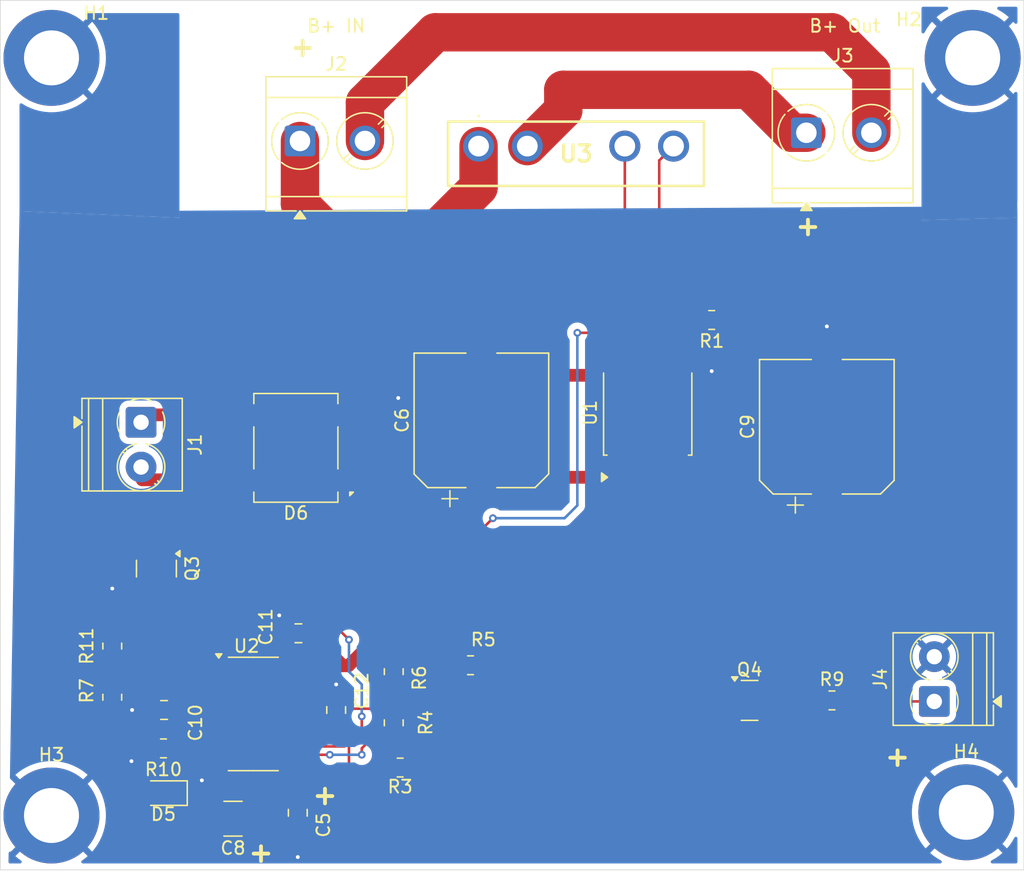
<source format=kicad_pcb>
(kicad_pcb (version 20241229) (generator "pcbnew") (generator_version "9.0")
  (layers (0 "F.Cu" signal) (2 "B.Cu" signal) (13 "F.Paste" user) (15 "B.Paste" user) (5 "F.SilkS" user "F.Silkscreen") (7 "B.SilkS" user "B.Silkscreen") (1 "F.Mask" user) (3 "B.Mask" user) (25 "Edge.Cuts" user))
  (net 0 "")
  (net 1 "Net-(U2A-CV)")
  (net 2 "GND")
  (net 3 "Net-(D5-K)")
  (net 4 "+5V")
  (net 5 "Net-(U2B-CV)")
  (net 6 "Net-(U2B-THR)")
  (net 7 "Net-(D6-+)")
  (net 8 "Net-(J1-Pin_2)")
  (net 9 "Net-(J1-Pin_1)")
  (net 10 "Net-(J2-Pin_2)")
  (net 11 "Net-(J2-Pin_1)")
  (net 12 "Net-(J3-Pin_1)")
  (net 13 "Net-(J4-Pin_1)")
  (net 14 "Net-(R1-Pad2)")
  (net 15 "Net-(U2B-Q)")
  (net 16 "Net-(U2B-DIS)")
  (net 17 "Net-(U2A-Q)")
  (net 19 "Net-(Q3-C)")
  (net 20 "Net-(Q3-B)")
  (net 21 "Net-(Q4-C)")
  (net 22 "Net-(Q4-B)")
  (footprint "Capacitor_SMD:C_0805_2012Metric" (layer "F.Cu") (at 176.25 -295.5 90)
    (property "Reference" "C12" (at 1.5 2 90) (layer "F.SilkS"))
    (property "Value" "100nf")
    (fp_line (start -0.261252 -0.735) (end 0.261252 -0.735) (stroke (width 0.12)) (layer "F.SilkS"))
    (fp_line (start -0.261252 0.735) (end 0.261252 0.735) (stroke (width 0.12)) (layer "F.SilkS"))
    (pad "1" smd roundrect (at -0.95 0 90) (size 1 1.45) (layers "F.Cu" "F.Mask" "F.Paste") (net 5 "Net-(U2B-CV)"))
    (pad "2" smd roundrect (at 0.95 0 90) (size 1 1.45) (layers "F.Cu" "F.Mask" "F.Paste") (net 2 "GND"))
  )
  (footprint "MountingHole:MountingHole_4.3mm_M4_DIN965_Pad_TopBottom" (layer "F.Cu") (at 226 -346.5)
    (property "Reference" "H2" (at -5 -3 0) (layer "F.SilkS"))
    (property "Value" "~")
    (pad "1" thru_hole circle (at 0 0) (size 4.7 4.7) (drill 4.3) (layers "*.Cu" "*.Mask") (net 2 "GND"))
    (pad "1" connect circle (at 0 0) (size 7.5 7.5) (layers "F.Cu" "F.Mask") (net 2 "GND"))
    (pad "1" connect circle (at 0 0) (size 7.5 7.5) (layers "B.Cu" "B.Mask") (net 2 "GND"))
  )
  (footprint "Resistor_SMD:R_0805_2012Metric_Pad1.20x1.40mm_HandSolder" (layer "F.Cu") (at 158.75 -300.5 90)
    (property "Reference" "R11" (at 0 -2 90) (layer "F.SilkS"))
    (property "Value" "4.12K")
    (fp_line (start -0.227064 -0.735) (end 0.227064 -0.735) (stroke (width 0.12)) (layer "F.SilkS"))
    (fp_line (start -0.227064 0.735) (end 0.227064 0.735) (stroke (width 0.12)) (layer "F.SilkS"))
    (pad "1" smd roundrect (at -1 0 90) (size 1.2 1.4) (layers "F.Cu" "F.Mask" "F.Paste") (roundrect_rratio 0.208333) (net 20 "Net-(Q3-B)"))
    (pad "2" smd roundrect (at 1 0 90) (size 1.2 1.4) (layers "F.Cu" "F.Mask" "F.Paste") (roundrect_rratio 0.208333) (net 2 "GND"))
  )
  (footprint "MountingHole:MountingHole_4.3mm_M4_DIN965_Pad_TopBottom" (layer "F.Cu") (at 154 -287.25)
    (property "Reference" "H3" (at 0 -4.75 0) (layer "F.SilkS"))
    (property "Value" "~")
    (pad "1" thru_hole circle (at 0 0) (size 4.7 4.7) (drill 4.3) (layers "*.Cu" "*.Mask") (net 2 "GND"))
    (pad "1" connect circle (at 0 0) (size 7.5 7.5) (layers "F.Cu" "F.Mask") (net 2 "GND"))
    (pad "1" connect circle (at 0 0) (size 7.5 7.5) (layers "B.Cu" "B.Mask") (net 2 "GND"))
  )
  (footprint "Resistor_SMD:R_0805_2012Metric_Pad1.20x1.40mm_HandSolder" (layer "F.Cu") (at 181.25 -291)
    (property "Reference" "R3" (at 0 1.5 0) (layer "F.SilkS"))
    (property "Value" "10k")
    (fp_line (start -0.227064 -0.735) (end 0.227064 -0.735) (stroke (width 0.12)) (layer "F.SilkS"))
    (fp_line (start -0.227064 0.735) (end 0.227064 0.735) (stroke (width 0.12)) (layer "F.SilkS"))
    (pad "1" smd roundrect (at -1 0) (size 1.2 1.4) (layers "F.Cu" "F.Mask" "F.Paste") (roundrect_rratio 0.208333) (net 15 "Net-(U2B-Q)"))
    (pad "2" smd roundrect (at 1 0) (size 1.2 1.4) (layers "F.Cu" "F.Mask" "F.Paste") (roundrect_rratio 0.208333) (net 22 "Net-(Q4-B)"))
  )
  (footprint "Capacitor_SMD:CP_Elec_10x7.7" (layer "F.Cu") (at 214.6 -317.65 90)
    (property "Reference" "C9" (at 0 -6.2 90) (layer "F.SilkS"))
    (property "Value" "47uf 10v")
    (fp_line (start 5.26 -5.26) (end 5.26 -1.21) (stroke (width 0.12)) (layer "F.SilkS"))
    (fp_line (start -4.195563 -5.26) (end 5.26 -5.26) (stroke (width 0.12)) (layer "F.SilkS"))
    (fp_line (start -5.26 -4.195563) (end -4.195563 -5.26) (stroke (width 0.12)) (layer "F.SilkS"))
    (fp_line (start -5.26 -4.195563) (end -5.26 -1.21) (stroke (width 0.12)) (layer "F.SilkS"))
    (fp_line (start -6.125 -3.085) (end -6.125 -1.835) (stroke (width 0.12)) (layer "F.SilkS"))
    (fp_line (start -6.75 -2.46) (end -5.5 -2.46) (stroke (width 0.12)) (layer "F.SilkS"))
    (fp_line (start -5.26 4.195563) (end -5.26 1.21) (stroke (width 0.12)) (layer "F.SilkS"))
    (fp_line (start -5.26 4.195563) (end -4.195563 5.26) (stroke (width 0.12)) (layer "F.SilkS"))
    (fp_line (start 5.26 5.26) (end 5.26 1.21) (stroke (width 0.12)) (layer "F.SilkS"))
    (fp_line (start -4.195563 5.26) (end 5.26 5.26) (stroke (width 0.12)) (layer "F.SilkS"))
    (pad "1" smd roundrect (at -4.35 0 90) (size 4.4 1.9) (layers "F.Cu" "F.Mask" "F.Paste") (roundrect_rratio 0.131579) (net 4 "+5V"))
    (pad "2" smd roundrect (at 4.35 0 90) (size 4.4 1.9) (layers "F.Cu" "F.Mask" "F.Paste") (roundrect_rratio 0.131579) (net 2 "GND"))
  )
  (footprint "Resistor_SMD:R_0805_2012Metric_Pad1.20x1.40mm_HandSolder" (layer "F.Cu") (at 180.75 -294.5 90)
    (property "Reference" "R4" (at 0 2.5 90) (layer "F.SilkS"))
    (property "Value" "470k")
    (fp_line (start -0.227064 -0.735) (end 0.227064 -0.735) (stroke (width 0.12)) (layer "F.SilkS"))
    (fp_line (start -0.227064 0.735) (end 0.227064 0.735) (stroke (width 0.12)) (layer "F.SilkS"))
    (pad "1" smd roundrect (at -1 0 90) (size 1.2 1.4) (layers "F.Cu" "F.Mask" "F.Paste") (roundrect_rratio 0.208333) (net 6 "Net-(U2B-THR)"))
    (pad "2" smd roundrect (at 1 0 90) (size 1.2 1.4) (layers "F.Cu" "F.Mask" "F.Paste") (roundrect_rratio 0.208333) (net 16 "Net-(U2B-DIS)"))
  )
  (footprint "Resistor_SMD:R_0805_2012Metric_Pad1.20x1.40mm_HandSolder" (layer "F.Cu") (at 205.6 -326 180)
    (property "Reference" "R1" (at 0 -1.65 0) (layer "F.SilkS"))
    (property "Value" "1k")
    (fp_line (start -0.227064 0.735) (end 0.227064 0.735) (stroke (width 0.12)) (layer "F.SilkS"))
    (fp_line (start -0.227064 -0.735) (end 0.227064 -0.735) (stroke (width 0.12)) (layer "F.SilkS"))
    (pad "1" smd roundrect (at -1 0 180) (size 1.2 1.4) (layers "F.Cu" "F.Mask" "F.Paste") (roundrect_rratio 0.208333) (net 4 "+5V"))
    (pad "2" smd roundrect (at 1 0 180) (size 1.2 1.4) (layers "F.Cu" "F.Mask" "F.Paste") (roundrect_rratio 0.208333) (net 14 "Net-(R1-Pad2)"))
  )
  (footprint "Package_TO_SOT_SMD:SOT-23" (layer "F.Cu") (at 162.2 -306.5625 -90)
    (property "Reference" "Q3" (at 0 -2.8 90) (layer "F.SilkS"))
    (property "Value" "MMBT3904")
    (fp_line (start 0 1.56) (end -0.65 1.56) (stroke (width 0.12)) (layer "F.SilkS"))
    (fp_line (start 0 1.56) (end 0.65 1.56) (stroke (width 0.12)) (layer "F.SilkS"))
    (fp_line (start 0 -1.56) (end -0.65 -1.56) (stroke (width 0.12)) (layer "F.SilkS"))
    (fp_line (start 0 -1.56) (end 0.65 -1.56) (stroke (width 0.12)) (layer "F.SilkS"))
    (fp_poly (pts (xy -1.1625 -1.51) (xy -1.4025 -1.84) (xy -0.9225 -1.84) (xy -1.1625 -1.51)) (stroke (width 0.12)) (fill yes) (layer "F.SilkS"))
    (pad "1" smd roundrect (at -0.9375 -0.95 270) (size 1.475 0.6) (layers "F.Cu" "F.Mask" "F.Paste") (net 20 "Net-(Q3-B)"))
    (pad "2" smd roundrect (at -0.9375 0.95 270) (size 1.475 0.6) (layers "F.Cu" "F.Mask" "F.Paste") (net 2 "GND"))
    (pad "3" smd roundrect (at 0.9375 0 270) (size 1.475 0.6) (layers "F.Cu" "F.Mask" "F.Paste") (net 19 "Net-(Q3-C)"))
  )
  (footprint "Diode_SMD:D_0805_2012Metric_Pad1.15x1.40mm_HandSolder" (layer "F.Cu") (at 162.75 -289 180)
    (property "Reference" "D5" (at 0 -1.65 180) (layer "F.SilkS"))
    (property "Value" "1N4148")
    (fp_line (start 1 -0.96) (end -1.86 -0.96) (stroke (width 0.12)) (layer "F.SilkS"))
    (fp_line (start -1.86 0.96) (end 1 0.96) (stroke (width 0.12)) (layer "F.SilkS"))
    (fp_line (start -1.86 -0.96) (end -1.86 0.96) (stroke (width 0.12)) (layer "F.SilkS"))
    (pad "1" smd roundrect (at -1.025 0 180) (size 1.15 1.4) (layers "F.Cu" "F.Mask" "F.Paste") (roundrect_rratio 0.217391) (net 3 "Net-(D5-K)"))
    (pad "2" smd roundrect (at 1.025 0 180) (size 1.15 1.4) (layers "F.Cu" "F.Mask" "F.Paste") (roundrect_rratio 0.217391) (net 2 "GND"))
  )
  (footprint "CH parts:CPC1779J" (layer "F.Cu") (at 187.38 -339.597)
    (property "Reference" "U3" (at 7.62 0.597 0) (layer "F.SilkS") (effects (font (size 1.27 1.27) (thickness 0.254))))
    (property "Value" "CPC1779" (hide yes))
    (fp_line (start -2.38 -1.918) (end 17.62 -1.918) (stroke (width 0.2)) (layer "F.SilkS"))
    (fp_line (start -2.38 3.112) (end -2.38 -1.918) (stroke (width 0.2)) (layer "F.SilkS"))
    (fp_line (start 0 -2.4) (end 0 -2.4) (stroke (width 0.1)) (layer "F.SilkS"))
    (fp_line (start 0 -2.3) (end 0 -2.3) (stroke (width 0.1)) (layer "F.SilkS"))
    (fp_line (start 17.62 -1.918) (end 17.62 3.112) (stroke (width 0.2)) (layer "F.SilkS"))
    (fp_line (start 17.62 3.112) (end -2.38 3.112) (stroke (width 0.2)) (layer "F.SilkS"))
    (fp_arc (start 0 -2.4) (mid 0.05 -2.35) (end 0 -2.3) (stroke (width 0.1)) (layer "F.SilkS"))
    (fp_arc (start 0 -2.3) (mid -0.05 -2.35) (end 0 -2.4) (stroke (width 0.1)) (layer "F.SilkS"))
    (pad "1" thru_hole circle (at 0 0) (size 2.43 2.43) (drill 1.62) (layers "*.Cu" "*.Mask") (net 11 "Net-(J2-Pin_1)"))
    (pad "2" thru_hole circle (at 3.81 0) (size 2.43 2.43) (drill 1.62) (layers "*.Cu" "*.Mask") (net 12 "Net-(J3-Pin_1)"))
    (pad "3" thru_hole circle (at 11.43 0) (size 2.43 2.43) (drill 1.62) (layers "*.Cu" "*.Mask") (net 19 "Net-(Q3-C)"))
    (pad "4" thru_hole circle (at 15.24 0) (size 2.43 2.43) (drill 1.62) (layers "*.Cu" "*.Mask") (net 14 "Net-(R1-Pad2)"))
  )
  (footprint "Package_SO:SOIC-14_3.9x8.7mm_P1.27mm" (layer "F.Cu") (at 169.775 -295.19)
    (property "Reference" "U2" (at -0.525 -5.31 0) (layer "F.SilkS"))
    (property "Value" "SE556")
    (fp_line (start 0 -4.435) (end -1.95 -4.435) (stroke (width 0.12)) (layer "F.SilkS"))
    (fp_line (start 0 -4.435) (end 1.95 -4.435) (stroke (width 0.12)) (layer "F.SilkS"))
    (fp_line (start 0 4.435) (end -1.95 4.435) (stroke (width 0.12)) (layer "F.SilkS"))
    (fp_line (start 0 4.435) (end 1.95 4.435) (stroke (width 0.12)) (layer "F.SilkS"))
    (fp_poly (pts (xy -2.7 -4.37) (xy -2.94 -4.7) (xy -2.46 -4.7) (xy -2.7 -4.37)) (stroke (width 0.12)) (fill yes) (layer "F.SilkS"))
    (pad "1" smd roundrect (at -2.475 -3.81) (size 1.95 0.6) (layers "F.Cu" "F.Mask" "F.Paste"))
    (pad "2" smd roundrect (at -2.475 -2.54) (size 1.95 0.6) (layers "F.Cu" "F.Mask" "F.Paste") (net 4 "+5V"))
    (pad "3" smd roundrect (at -2.475 -1.27) (size 1.95 0.6) (layers "F.Cu" "F.Mask" "F.Paste") (net 1 "Net-(U2A-CV)"))
    (pad "4" smd roundrect (at -2.475 0) (size 1.95 0.6) (layers "F.Cu" "F.Mask" "F.Paste") (net 3 "Net-(D5-K)"))
    (pad "5" smd roundrect (at -2.475 1.27) (size 1.95 0.6) (layers "F.Cu" "F.Mask" "F.Paste") (net 17 "Net-(U2A-Q)"))
    (pad "6" smd roundrect (at -2.475 2.54) (size 1.95 0.6) (layers "F.Cu" "F.Mask" "F.Paste") (net 3 "Net-(D5-K)"))
    (pad "7" smd roundrect (at -2.475 3.81) (size 1.95 0.6) (layers "F.Cu" "F.Mask" "F.Paste") (net 2 "GND"))
    (pad "8" smd roundrect (at 2.475 3.81) (size 1.95 0.6) (layers "F.Cu" "F.Mask" "F.Paste") (net 6 "Net-(U2B-THR)"))
    (pad "9" smd roundrect (at 2.475 2.54) (size 1.95 0.6) (layers "F.Cu" "F.Mask" "F.Paste") (net 15 "Net-(U2B-Q)"))
    (pad "10" smd roundrect (at 2.475 1.27) (size 1.95 0.6) (layers "F.Cu" "F.Mask" "F.Paste") (net 19 "Net-(Q3-C)"))
    (pad "11" smd roundrect (at 2.475 0) (size 1.95 0.6) (layers "F.Cu" "F.Mask" "F.Paste") (net 5 "Net-(U2B-CV)"))
    (pad "12" smd roundrect (at 2.475 -1.27) (size 1.95 0.6) (layers "F.Cu" "F.Mask" "F.Paste") (net 6 "Net-(U2B-THR)"))
    (pad "13" smd roundrect (at 2.475 -2.54) (size 1.95 0.6) (layers "F.Cu" "F.Mask" "F.Paste") (net 16 "Net-(U2B-DIS)"))
    (pad "14" smd roundrect (at 2.475 -3.81) (size 1.95 0.6) (layers "F.Cu" "F.Mask" "F.Paste") (net 4 "+5V"))
  )
  (footprint "Resistor_SMD:R_0805_2012Metric_Pad1.20x1.40mm_HandSolder" (layer "F.Cu") (at 158.75 -296.5 90)
    (property "Reference" "R7" (at 0.5 -2 90) (layer "F.SilkS"))
    (property "Value" "10K")
    (fp_line (start -0.227064 -0.735) (end 0.227064 -0.735) (stroke (width 0.12)) (layer "F.SilkS"))
    (fp_line (start -0.227064 0.735) (end 0.227064 0.735) (stroke (width 0.12)) (layer "F.SilkS"))
    (pad "1" smd roundrect (at -1 0 90) (size 1.2 1.4) (layers "F.Cu" "F.Mask" "F.Paste") (roundrect_rratio 0.208333) (net 17 "Net-(U2A-Q)"))
    (pad "2" smd roundrect (at 1 0 90) (size 1.2 1.4) (layers "F.Cu" "F.Mask" "F.Paste") (roundrect_rratio 0.208333) (net 20 "Net-(Q3-B)"))
  )
  (footprint "MountingHole:MountingHole_4.3mm_M4_DIN965_Pad_TopBottom" (layer "F.Cu") (at 225.5 -287.5)
    (property "Reference" "H4" (at 0 -4.75 0) (layer "F.SilkS"))
    (property "Value" "~")
    (pad "1" thru_hole circle (at 0 0) (size 4.7 4.7) (drill 4.3) (layers "*.Cu" "*.Mask") (net 2 "GND"))
    (pad "1" connect circle (at 0 0) (size 7.5 7.5) (layers "F.Cu" "F.Mask") (net 2 "GND"))
    (pad "1" connect circle (at 0 0) (size 7.5 7.5) (layers "B.Cu" "B.Mask") (net 2 "GND"))
  )
  (footprint "Capacitor_SMD:C_1210_3225Metric_Pad1.33x2.70mm_HandSolder" (layer "F.Cu") (at 168.1875 -287 180)
    (property "Reference" "C8" (at 0 -2.3 0) (layer "F.SilkS"))
    (property "Value" "15uf 25v Ta")
    (fp_line (start -0.711252 1.36) (end 0.711252 1.36) (stroke (width 0.12)) (layer "F.SilkS"))
    (fp_line (start -0.711252 -1.36) (end 0.711252 -1.36) (stroke (width 0.12)) (layer "F.SilkS"))
    (pad "1" smd roundrect (at -1.5625 0 180) (size 1.325 2.7) (layers "F.Cu" "F.Mask" "F.Paste") (roundrect_rratio 0.188679) (net 4 "+5V"))
    (pad "2" smd roundrect (at 1.5625 0 180) (size 1.325 2.7) (layers "F.Cu" "F.Mask" "F.Paste") (roundrect_rratio 0.188679) (net 3 "Net-(D5-K)"))
  )
  (footprint "TerminalBlock_Phoenix:TerminalBlock_Phoenix_PT-1,5-2-3.5-H_1x02_P3.50mm_Horizontal" (layer "F.Cu") (at 223 -296.17 90)
    (property "Reference" "J4" (at 1.75 -4.22 90) (layer "F.SilkS"))
    (property "Value" "LED")
    (fp_line (start 5.37 -3.22) (end 5.37 4.62) (stroke (width 0.12)) (layer "F.SilkS"))
    (fp_line (start -1.87 -3.22) (end 5.37 -3.22) (stroke (width 0.12)) (layer "F.SilkS"))
    (fp_line (start -1.87 -3.22) (end -1.87 4.62) (stroke (width 0.12)) (layer "F.SilkS"))
    (fp_line (start 4.684 -1.411) (end 4.569 -1.296) (stroke (width 0.12)) (layer "F.SilkS"))
    (fp_line (start 4.911 -1.184) (end 4.796 -1.069) (stroke (width 0.12)) (layer "F.SilkS"))
    (fp_line (start 2.204 1.069) (end 2.089 1.183) (stroke (width 0.12)) (layer "F.SilkS"))
    (fp_line (start 2.431 1.296) (end 2.316 1.41) (stroke (width 0.12)) (layer "F.SilkS"))
    (fp_line (start -1.87 3) (end 5.37 3) (stroke (width 0.12)) (layer "F.SilkS"))
    (fp_line (start -1.87 4.1) (end 5.37 4.1) (stroke (width 0.12)) (layer "F.SilkS"))
    (fp_line (start 0.3 4.62) (end 5.37 4.62) (stroke (width 0.12)) (layer "F.SilkS"))
    (fp_line (start -1.87 4.62) (end -0.3 4.62) (stroke (width 0.12)) (layer "F.SilkS"))
    (fp_arc (start -0.798 -1.68) (mid 0.000224 -1.859894) (end 0.798405 -1.679808) (stroke (width 0.12)) (layer "F.SilkS"))
    (fp_arc (start 1.68 -0.384) (mid 5.360069 0.000326) (end 1.679865 0.383361) (stroke (width 0.12)) (layer "F.SilkS"))
    (fp_arc (start -1.68 0.798) (mid -1.859894 -0.000224) (end -1.679808 -0.798405) (stroke (width 0.12)) (layer "F.SilkS"))
    (fp_arc (start 0.798 1.68) (mid -0.000224 1.859894) (end -0.798405 1.679808) (stroke (width 0.12)) (layer "F.SilkS"))
    (fp_poly (pts (xy 0 4.62) (xy 0.44 5.23) (xy -0.44 5.23) (xy 0 4.62)) (stroke (width 0.12)) (fill yes) (layer "F.SilkS"))
    (pad "1" thru_hole roundrect (at 0 0 90) (size 2.4 2.4) (drill 1.2) (layers "*.Cu" "*.Mask") (roundrect_rratio 0.104167) (net 13 "Net-(J4-Pin_1)"))
    (pad "2" thru_hole circle (at 3.5 0 90) (size 2.4 2.4) (drill 1.2) (layers "*.Cu" "*.Mask") (net 2 "GND"))
  )
  (footprint "Resistor_SMD:R_0805_2012Metric_Pad1.20x1.40mm_HandSolder" (layer "F.Cu") (at 186.75 -299)
    (property "Reference" "R5" (at 1 -2 0) (layer "F.SilkS"))
    (property "Value" "10k")
    (fp_line (start -0.227064 -0.735) (end 0.227064 -0.735) (stroke (width 0.12)) (layer "F.SilkS"))
    (fp_line (start -0.227064 0.735) (end 0.227064 0.735) (stroke (width 0.12)) (layer "F.SilkS"))
    (pad "1" smd roundrect (at -1 0) (size 1.2 1.4) (layers "F.Cu" "F.Mask" "F.Paste") (roundrect_rratio 0.208333) (net 4 "+5V"))
    (pad "2" smd roundrect (at 1 0) (size 1.2 1.4) (layers "F.Cu" "F.Mask" "F.Paste") (roundrect_rratio 0.208333) (net 22 "Net-(Q4-B)"))
  )
  (footprint "TerminalBlock_Phoenix:TerminalBlock_Phoenix_PT-1,5-2-3.5-H_1x02_P3.50mm_Horizontal" (layer "F.Cu") (at 161 -318 -90)
    (property "Reference" "J1" (at 1.75 -4.22 270) (layer "F.SilkS"))
    (property "Value" "Pwr in")
    (fp_line (start -1.87 4.62) (end -0.3 4.62) (stroke (width 0.12)) (layer "F.SilkS"))
    (fp_line (start 0.3 4.62) (end 5.37 4.62) (stroke (width 0.12)) (layer "F.SilkS"))
    (fp_line (start -1.87 4.1) (end 5.37 4.1) (stroke (width 0.12)) (layer "F.SilkS"))
    (fp_line (start -1.87 3) (end 5.37 3) (stroke (width 0.12)) (layer "F.SilkS"))
    (fp_line (start 2.431 1.296) (end 2.316 1.41) (stroke (width 0.12)) (layer "F.SilkS"))
    (fp_line (start 2.204 1.069) (end 2.089 1.183) (stroke (width 0.12)) (layer "F.SilkS"))
    (fp_line (start 4.911 -1.184) (end 4.796 -1.069) (stroke (width 0.12)) (layer "F.SilkS"))
    (fp_line (start 4.684 -1.411) (end 4.569 -1.296) (stroke (width 0.12)) (layer "F.SilkS"))
    (fp_line (start -1.87 -3.22) (end -1.87 4.62) (stroke (width 0.12)) (layer "F.SilkS"))
    (fp_line (start -1.87 -3.22) (end 5.37 -3.22) (stroke (width 0.12)) (layer "F.SilkS"))
    (fp_line (start 5.37 -3.22) (end 5.37 4.62) (stroke (width 0.12)) (layer "F.SilkS"))
    (fp_arc (start 0.798 1.68) (mid -0.000224 1.859894) (end -0.798405 1.679808) (stroke (width 0.12)) (layer "F.SilkS"))
    (fp_arc (start -1.68 0.798) (mid -1.859894 -0.000224) (end -1.679808 -0.798405) (stroke (width 0.12)) (layer "F.SilkS"))
    (fp_arc (start 1.68 -0.384) (mid 5.360069 0.000326) (end 1.679865 0.383361) (stroke (width 0.12)) (layer "F.SilkS"))
    (fp_arc (start -0.798 -1.68) (mid 0.000224 -1.859894) (end 0.798405 -1.679808) (stroke (width 0.12)) (layer "F.SilkS"))
    (fp_poly (pts (xy 0 4.62) (xy 0.44 5.23) (xy -0.44 5.23) (xy 0 4.62)) (stroke (width 0.12)) (fill yes) (layer "F.SilkS"))
    (pad "1" thru_hole roundrect (at 0 0 270) (size 2.4 2.4) (drill 1.2) (layers "*.Cu" "*.Mask") (roundrect_rratio 0.104167) (net 9 "Net-(J1-Pin_1)"))
    (pad "2" thru_hole circle (at 3.5 0 270) (size 2.4 2.4) (drill 1.2) (layers "*.Cu" "*.Mask") (net 8 "Net-(J1-Pin_2)"))
  )
  (footprint "Capacitor_SMD:CP_Elec_10x7.7" (layer "F.Cu") (at 187.6 -318.15 90)
    (property "Reference" "C6" (at 0 -6.2 90) (layer "F.SilkS"))
    (property "Value" "1000uf 16v")
    (fp_line (start 5.26 -5.26) (end 5.26 -1.21) (stroke (width 0.12)) (layer "F.SilkS"))
    (fp_line (start -4.195563 -5.26) (end 5.26 -5.26) (stroke (width 0.12)) (layer "F.SilkS"))
    (fp_line (start -5.26 -4.195563) (end -4.195563 -5.26) (stroke (width 0.12)) (layer "F.SilkS"))
    (fp_line (start -5.26 -4.195563) (end -5.26 -1.21) (stroke (width 0.12)) (layer "F.SilkS"))
    (fp_line (start -6.125 -3.085) (end -6.125 -1.835) (stroke (width 0.12)) (layer "F.SilkS"))
    (fp_line (start -6.75 -2.46) (end -5.5 -2.46) (stroke (width 0.12)) (layer "F.SilkS"))
    (fp_line (start -5.26 4.195563) (end -5.26 1.21) (stroke (width 0.12)) (layer "F.SilkS"))
    (fp_line (start -5.26 4.195563) (end -4.195563 5.26) (stroke (width 0.12)) (layer "F.SilkS"))
    (fp_line (start 5.26 5.26) (end 5.26 1.21) (stroke (width 0.12)) (layer "F.SilkS"))
    (fp_line (start -4.195563 5.26) (end 5.26 5.26) (stroke (width 0.12)) (layer "F.SilkS"))
    (pad "1" smd roundrect (at -4.35 0 90) (size 4.4 1.9) (layers "F.Cu" "F.Mask" "F.Paste") (roundrect_rratio 0.131579) (net 7 "Net-(D6-+)"))
    (pad "2" smd roundrect (at 4.35 0 90) (size 4.4 1.9) (layers "F.Cu" "F.Mask" "F.Paste") (roundrect_rratio 0.131579) (net 2 "GND"))
  )
  (footprint "TerminalBlock_CUI:TerminalBlock_CUI_TB007-508-02_1x02_P5.08mm_Horizontal" (layer "F.Cu") (at 173.42 -340)
    (property "Reference" "J2" (at 2.84 -6.02 0) (layer "F.SilkS"))
    (property "Value" "B+ IN" (at 2.84 -9 0) (layer "F.SilkS"))
    (fp_line (start -2.66 -5.02) (end -2.66 5.47) (stroke (width 0.12)) (layer "F.SilkS"))
    (fp_line (start -2.66 -5.02) (end 8.34 -5.02) (stroke (width 0.12)) (layer "F.SilkS"))
    (fp_line (start -2.66 -3.4) (end 8.34 -3.4) (stroke (width 0.12)) (layer "F.SilkS"))
    (fp_line (start -2.66 4.35) (end 8.34 4.35) (stroke (width 0.12)) (layer "F.SilkS"))
    (fp_line (start -2.66 5.47) (end -0.3 5.47) (stroke (width 0.12)) (layer "F.SilkS"))
    (fp_line (start 0.3 5.47) (end 8.34 5.47) (stroke (width 0.12)) (layer "F.SilkS"))
    (fp_line (start 3.765 1.045) (end 3.404 1.406) (stroke (width 0.12)) (layer "F.SilkS"))
    (fp_line (start 4.034 1.315) (end 3.673 1.676) (stroke (width 0.12)) (layer "F.SilkS"))
    (fp_line (start 6.486 -1.676) (end 6.126 -1.315) (stroke (width 0.12)) (layer "F.SilkS"))
    (fp_line (start 6.756 -1.406) (end 6.395 -1.045) (stroke (width 0.12)) (layer "F.SilkS"))
    (fp_line (start 8.34 -5.02) (end 8.34 5.47) (stroke (width 0.12)) (layer "F.SilkS"))
    (fp_arc (start -1.68 1.436) (mid -2.21009 0.000105) (end -1.680136 -1.435841) (stroke (width 0.12)) (layer "F.SilkS"))
    (fp_arc (start -1.436 -1.68) (mid -0.000105 -2.21009) (end 1.435841 -1.680136) (stroke (width 0.12)) (layer "F.SilkS"))
    (fp_arc (start 1.436 1.68) (mid 0.000105 2.21009) (end -1.435841 1.680136) (stroke (width 0.12)) (layer "F.SilkS"))
    (fp_arc (start 1.68 -1.436) (mid 2.21009 -0.000105) (end 1.680136 1.435841) (stroke (width 0.12)) (layer "F.SilkS"))
    (fp_circle (center 5.08 0) (end 7.29 0) (stroke (width 0.12)) (fill no) (layer "F.SilkS"))
    (fp_poly (pts (xy 0 5.47) (xy 0.44 6.08) (xy -0.44 6.08) (xy 0 5.47)) (stroke (width 0.12)) (fill yes) (layer "F.SilkS"))
    (pad "1" thru_hole roundrect (at 0 0) (size 2.4 2.4) (drill 1.6) (layers "*.Cu" "*.Mask") (roundrect_rratio 0.104167) (net 11 "Net-(J2-Pin_1)"))
    (pad "2" thru_hole circle (at 5.08 0) (size 2.4 2.4) (drill 1.6) (layers "*.Cu" "*.Mask") (net 10 "Net-(J2-Pin_2)"))
  )
  (footprint "Package_TO_SOT_SMD:TO-252-2" (layer "F.Cu") (at 200.6 -318.74 90)
    (property "Reference" "U1" (at 0 -4.5 90) (layer "F.SilkS"))
    (property "Value" "LM7805_TO220")
    (fp_line (start 3.11 -3.45) (end -3.31 -3.45) (stroke (width 0.12)) (layer "F.SilkS"))
    (fp_line (start -3.31 -3.45) (end -3.31 -3.18) (stroke (width 0.12)) (layer "F.SilkS"))
    (fp_line (start 3.11 3.45) (end -3.31 3.45) (stroke (width 0.12)) (layer "F.SilkS"))
    (fp_line (start -3.31 3.45) (end -3.31 3.18) (stroke (width 0.12)) (layer "F.SilkS"))
    (fp_poly (pts (xy -5.04 -3.14) (xy -5.38 -3.61) (xy -4.7 -3.61) (xy -5.04 -3.14)) (stroke (width 0.12)) (fill yes) (layer "F.SilkS"))
    (pad "1" smd roundrect (at -5.04 -2.28 90) (size 2.2 1.2) (layers "F.Cu" "F.Mask" "F.Paste") (roundrect_rratio 0.208333) (net 7 "Net-(D6-+)"))
    (pad "2" smd roundrect (at -0.415 -1.525 90) (size 3.05 2.75) (layers "F.Cu" "F.Paste") (roundrect_rratio 0.090909) (net 2 "GND"))
    (pad "2" smd roundrect (at -0.415 1.525 90) (size 3.05 2.75) (layers "F.Cu" "F.Paste") (roundrect_rratio 0.090909) (net 2 "GND"))
    (pad "2" smd roundrect (at 1.26 0 90) (size 6.4 5.8) (layers "F.Cu" "F.Mask") (roundrect_rratio 0.043103) (net 2 "GND"))
    (pad "2" smd roundrect (at 2.935 -1.525 90) (size 3.05 2.75) (layers "F.Cu" "F.Paste") (roundrect_rratio 0.090909) (net 2 "GND"))
    (pad "2" smd roundrect (at 2.935 1.525 90) (size 3.05 2.75) (layers "F.Cu" "F.Paste") (roundrect_rratio 0.090909) (net 2 "GND"))
    (pad "3" smd roundrect (at -5.04 2.28 90) (size 2.2 1.2) (layers "F.Cu" "F.Mask" "F.Paste") (roundrect_rratio 0.208333) (net 4 "+5V"))
  )
  (footprint "TerminalBlock_CUI:TerminalBlock_CUI_TB007-508-02_1x02_P5.08mm_Horizontal" (layer "F.Cu") (at 213 -340.6425)
    (property "Reference" "J3" (at 2.84 -6.02 0) (layer "F.SilkS"))
    (property "Value" "B+ Out" (at 3 -8.3575 0) (layer "F.SilkS"))
    (fp_line (start -2.66 -5.02) (end -2.66 5.47) (stroke (width 0.12)) (layer "F.SilkS"))
    (fp_line (start -2.66 -5.02) (end 8.34 -5.02) (stroke (width 0.12)) (layer "F.SilkS"))
    (fp_line (start -2.66 -3.4) (end 8.34 -3.4) (stroke (width 0.12)) (layer "F.SilkS"))
    (fp_line (start -2.66 4.35) (end 8.34 4.35) (stroke (width 0.12)) (layer "F.SilkS"))
    (fp_line (start -2.66 5.47) (end -0.3 5.47) (stroke (width 0.12)) (layer "F.SilkS"))
    (fp_line (start 0.3 5.47) (end 8.34 5.47) (stroke (width 0.12)) (layer "F.SilkS"))
    (fp_line (start 3.765 1.045) (end 3.404 1.406) (stroke (width 0.12)) (layer "F.SilkS"))
    (fp_line (start 4.034 1.315) (end 3.673 1.676) (stroke (width 0.12)) (layer "F.SilkS"))
    (fp_line (start 6.486 -1.676) (end 6.126 -1.315) (stroke (width 0.12)) (layer "F.SilkS"))
    (fp_line (start 6.756 -1.406) (end 6.395 -1.045) (stroke (width 0.12)) (layer "F.SilkS"))
    (fp_line (start 8.34 -5.02) (end 8.34 5.47) (stroke (width 0.12)) (layer "F.SilkS"))
    (fp_arc (start -1.68 1.436) (mid -2.21009 0.000105) (end -1.680136 -1.435841) (stroke (width 0.12)) (layer "F.SilkS"))
    (fp_arc (start -1.436 -1.68) (mid -0.000105 -2.21009) (end 1.435841 -1.680136) (stroke (width 0.12)) (layer "F.SilkS"))
    (fp_arc (start 1.436 1.68) (mid 0.000105 2.21009) (end -1.435841 1.680136) (stroke (width 0.12)) (layer "F.SilkS"))
    (fp_arc (start 1.68 -1.436) (mid 2.21009 -0.000105) (end 1.680136 1.435841) (stroke (width 0.12)) (layer "F.SilkS"))
    (fp_circle (center 5.08 0) (end 7.29 0) (stroke (width 0.12)) (fill no) (layer "F.SilkS"))
    (fp_poly (pts (xy 0 5.47) (xy 0.44 6.08) (xy -0.44 6.08) (xy 0 5.47)) (stroke (width 0.12)) (fill yes) (layer "F.SilkS"))
    (pad "1" thru_hole roundrect (at 0 0) (size 2.4 2.4) (drill 1.6) (layers "*.Cu" "*.Mask") (roundrect_rratio 0.104167) (net 12 "Net-(J3-Pin_1)"))
    (pad "2" thru_hole circle (at 5.08 0) (size 2.4 2.4) (drill 1.6) (layers "*.Cu" "*.Mask") (net 10 "Net-(J2-Pin_2)"))
  )
  (footprint "Resistor_SMD:R_0805_2012Metric_Pad1.20x1.40mm_HandSolder" (layer "F.Cu") (at 215 -296.25)
    (property "Reference" "R9" (at 0 -1.65 0) (layer "F.SilkS"))
    (property "Value" "60")
    (fp_line (start -0.227064 -0.735) (end 0.227064 -0.735) (stroke (width 0.12)) (layer "F.SilkS"))
    (fp_line (start -0.227064 0.735) (end 0.227064 0.735) (stroke (width 0.12)) (layer "F.SilkS"))
    (pad "1" smd roundrect (at -1 0) (size 1.2 1.4) (layers "F.Cu" "F.Mask" "F.Paste") (roundrect_rratio 0.208333) (net 21 "Net-(Q4-C)"))
    (pad "2" smd roundrect (at 1 0) (size 1.2 1.4) (layers "F.Cu" "F.Mask" "F.Paste") (roundrect_rratio 0.208333) (net 13 "Net-(J4-Pin_1)"))
  )
  (footprint "Capacitor_SMD:C_0805_2012Metric" (layer "F.Cu") (at 162.8 -295.5 180)
    (property "Reference" "C10" (at -2.45 -1 90) (layer "F.SilkS"))
    (property "Value" "100nf")
    (fp_line (start -0.261252 0.735) (end 0.261252 0.735) (stroke (width 0.12)) (layer "F.SilkS"))
    (fp_line (start -0.261252 -0.735) (end 0.261252 -0.735) (stroke (width 0.12)) (layer "F.SilkS"))
    (pad "1" smd roundrect (at -0.95 0 180) (size 1 1.45) (layers "F.Cu" "F.Mask" "F.Paste") (net 1 "Net-(U2A-CV)"))
    (pad "2" smd roundrect (at 0.95 0 180) (size 1 1.45) (layers "F.Cu" "F.Mask" "F.Paste") (net 2 "GND"))
  )
  (footprint "Resistor_SMD:R_0805_2012Metric_Pad1.20x1.40mm_HandSolder" (layer "F.Cu") (at 180.75 -298.5 -90)
    (property "Reference" "R6" (at 0.5 -2 90) (layer "F.SilkS"))
    (property "Value" "200k")
    (fp_line (start -0.227064 0.735) (end 0.227064 0.735) (stroke (width 0.12)) (layer "F.SilkS"))
    (fp_line (start -0.227064 -0.735) (end 0.227064 -0.735) (stroke (width 0.12)) (layer "F.SilkS"))
    (pad "1" smd roundrect (at -1 0 270) (size 1.2 1.4) (layers "F.Cu" "F.Mask" "F.Paste") (roundrect_rratio 0.208333) (net 4 "+5V"))
    (pad "2" smd roundrect (at 1 0 270) (size 1.2 1.4) (layers "F.Cu" "F.Mask" "F.Paste") (roundrect_rratio 0.208333) (net 16 "Net-(U2B-DIS)"))
  )
  (footprint "Package_TO_SOT_SMD:SOT-23" (layer "F.Cu") (at 208.5625 -296.25)
    (property "Reference" "Q4" (at 0 -2.4 0) (layer "F.SilkS"))
    (property "Value" "MMBT3906")
    (fp_line (start 0 -1.56) (end -0.65 -1.56) (stroke (width 0.12)) (layer "F.SilkS"))
    (fp_line (start 0 -1.56) (end 0.65 -1.56) (stroke (width 0.12)) (layer "F.SilkS"))
    (fp_line (start 0 1.56) (end -0.65 1.56) (stroke (width 0.12)) (layer "F.SilkS"))
    (fp_line (start 0 1.56) (end 0.65 1.56) (stroke (width 0.12)) (layer "F.SilkS"))
    (fp_poly (pts (xy -1.1625 -1.51) (xy -1.4025 -1.84) (xy -0.9225 -1.84) (xy -1.1625 -1.51)) (stroke (width 0.12)) (fill yes) (layer "F.SilkS"))
    (pad "1" smd roundrect (at -0.9375 -0.95) (size 1.475 0.6) (layers "F.Cu" "F.Mask" "F.Paste") (net 22 "Net-(Q4-B)"))
    (pad "2" smd roundrect (at -0.9375 0.95) (size 1.475 0.6) (layers "F.Cu" "F.Mask" "F.Paste") (net 4 "+5V"))
    (pad "3" smd roundrect (at 0.9375 0) (size 1.475 0.6) (layers "F.Cu" "F.Mask" "F.Paste") (net 21 "Net-(Q4-C)"))
  )
  (footprint "Resistor_SMD:R_0805_2012Metric_Pad1.20x1.40mm_HandSolder" (layer "F.Cu") (at 162.75 -292.5 180)
    (property "Reference" "R10" (at 0 -1.65 0) (layer "F.SilkS"))
    (property "Value" "1M")
    (fp_line (start -0.227064 0.735) (end 0.227064 0.735) (stroke (width 0.12)) (layer "F.SilkS"))
    (fp_line (start -0.227064 -0.735) (end 0.227064 -0.735) (stroke (width 0.12)) (layer "F.SilkS"))
    (pad "1" smd roundrect (at -1 0 180) (size 1.2 1.4) (layers "F.Cu" "F.Mask" "F.Paste") (roundrect_rratio 0.208333) (net 3 "Net-(D5-K)"))
    (pad "2" smd roundrect (at 1 0 180) (size 1.2 1.4) (layers "F.Cu" "F.Mask" "F.Paste") (roundrect_rratio 0.208333) (net 2 "GND"))
  )
  (footprint "MountingHole:MountingHole_4.3mm_M4_DIN965_Pad_TopBottom" (layer "F.Cu") (at 154 -346.5)
    (property "Reference" "H1" (at 3.5 -3.5 0) (layer "F.SilkS"))
    (property "Value" "~")
    (pad "1" thru_hole circle (at 0 0) (size 4.7 4.7) (drill 4.3) (layers "*.Cu" "*.Mask") (net 2 "GND"))
    (pad "1" connect circle (at 0 0) (size 7.5 7.5) (layers "F.Cu" "F.Mask") (net 2 "GND"))
    (pad "1" connect circle (at 0 0) (size 7.5 7.5) (layers "B.Cu" "B.Mask") (net 2 "GND"))
  )
  (footprint "Capacitor_SMD:C_0805_2012Metric_Pad1.18x1.45mm_HandSolder" (layer "F.Cu") (at 173.25 -287.4625 -90)
    (property "Reference" "C5" (at 0.9625 -2 90) (layer "F.SilkS"))
    (property "Value" "1uf 25v Ta")
    (fp_line (start -0.261252 0.735) (end 0.261252 0.735) (stroke (width 0.12)) (layer "F.SilkS"))
    (fp_line (start -0.261252 -0.735) (end 0.261252 -0.735) (stroke (width 0.12)) (layer "F.SilkS"))
    (pad "1" smd roundrect (at -1.0375 0 270) (size 1.175 1.45) (layers "F.Cu" "F.Mask" "F.Paste") (roundrect_rratio 0.212766) (net 6 "Net-(U2B-THR)"))
    (pad "2" smd roundrect (at 1.0375 0 270) (size 1.175 1.45) (layers "F.Cu" "F.Mask" "F.Paste") (roundrect_rratio 0.212766) (net 2 "GND"))
  )
  (footprint "Capacitor_SMD:C_0805_2012Metric" (layer "F.Cu") (at 173.3 -301.5 180)
    (property "Reference" "C11" (at 2.55 0.5 90) (layer "F.SilkS"))
    (property "Value" "100nf")
    (fp_line (start -0.261252 0.735) (end 0.261252 0.735) (stroke (width 0.12)) (layer "F.SilkS"))
    (fp_line (start -0.261252 -0.735) (end 0.261252 -0.735) (stroke (width 0.12)) (layer "F.SilkS"))
    (pad "1" smd roundrect (at -0.95 0 180) (size 1 1.45) (layers "F.Cu" "F.Mask" "F.Paste") (net 4 "+5V"))
    (pad "2" smd roundrect (at 0.95 0 180) (size 1 1.45) (layers "F.Cu" "F.Mask" "F.Paste") (net 2 "GND"))
  )
  (footprint "Diode_SMD:Diode_Bridge_OnSemi_SDIP-4L" (layer "F.Cu") (at 173.1 -316 180)
    (property "Reference" "D6" (at 0 -5.1 0) (layer "F.SilkS"))
    (property "Value" "DF01S")
    (fp_line (start 3.285 4.25) (end 3.285 3.46) (stroke (width 0.12)) (layer "F.SilkS"))
    (fp_line (start 3.285 -1.64) (end 3.285 1.64) (stroke (width 0.12)) (layer "F.SilkS"))
    (fp_line (start 3.285 -3.46) (end 3.285 -4.25) (stroke (width 0.12)) (layer "F.SilkS"))
    (fp_line (start -3.275 -4.25) (end 3.275 -4.25) (stroke (width 0.12)) (layer "F.SilkS"))
    (fp_line (start -3.285 4.25) (end 3.285 4.25) (stroke (width 0.12)) (layer "F.SilkS"))
    (fp_line (start -3.285 3.46) (end -3.285 4.25) (stroke (width 0.12)) (layer "F.SilkS"))
    (fp_line (start -3.285 -1.64) (end -3.285 1.64) (stroke (width 0.12)) (layer "F.SilkS"))
    (fp_line (start -3.285 -4.25) (end -3.285 -3.46) (stroke (width 0.12)) (layer "F.SilkS"))
    (fp_poly (pts (xy -4.2125 -3.46) (xy -4.4925 -3.46) (xy -4.2125 -3.74) (xy -4.2125 -3.46)) (stroke (width 0.12)) (fill yes) (layer "F.SilkS"))
    (pad "1" smd rect (at -4.45 -2.55 180) (size 1.5 1.3) (layers "F.Cu" "F.Mask" "F.Paste") (net 7 "Net-(D6-+)"))
    (pad "2" smd rect (at -4.45 2.55 180) (size 1.5 1.3) (layers "F.Cu" "F.Mask" "F.Paste") (net 2 "GND"))
    (pad "3" smd rect (at 4.45 2.55 180) (size 1.5 1.3) (layers "F.Cu" "F.Mask" "F.Paste") (net 9 "Net-(J1-Pin_1)"))
    (pad "4" smd rect (at 4.45 -2.55 180) (size 1.5 1.3) (layers "F.Cu" "F.Mask" "F.Paste") (net 8 "Net-(J1-Pin_2)"))
  )
  (gr_line (start 180.75 -297.5) (end 180.75 -295.5) (stroke (width 0.2)) (layer "F.Cu") (net 16))
  (gr_line (start 214.6 -322) (end 214.6 -321) (stroke (width 0.2)) (layer "F.Cu") (net 2))
  (gr_line (start 214.6 -324) (end 214.6 -325.5) (stroke (width 0.2)) (layer "F.Cu") (net 2))
  (gr_line (start 199.1 -322.5) (end 202.1 -322) (stroke (width 0.2)) (layer "F.Cu") (net 2))
  (gr_line (start 223 -296.17) (end 216 -296.17) (stroke (width 0.2)) (layer "F.Cu") (net 13))
  (gr_line (start 180.25 -291) (end 177.25 -291) (stroke (width 0.2)) (layer "F.Cu") (net 15))
  (gr_rect (start 150 -351) (end 230 -283) (stroke (width 0.05)) (fill no) (layer "Edge.Cuts"))
  (gr_text "+" (at 169.25 -283.5 0) (layer "F.SilkS") (effects (font (size 1.5 1.5) (thickness 0.3) (bold yes)) (justify left bottom)))
  (gr_text "+" (at 174.25 -288 0) (layer "F.SilkS") (effects (font (size 1.5 1.5) (thickness 0.3) (bold yes)) (justify left bottom)))
  (gr_text "+" (at 172.5 -346.5 0) (layer "F.SilkS") (effects (font (size 1.5 1.5) (thickness 0.3) (bold yes)) (justify left bottom)))
  (gr_text "+" (at 212 -332.5 0) (layer "F.SilkS") (effects (font (size 1.5 1.5) (thickness 0.3) (bold yes)) (justify left bottom)))
  (gr_text "+" (at 219 -291 0) (layer "F.SilkS") (effects (font (size 1.5 1.5) (thickness 0.3) (bold yes)) (justify left bottom)))
  (segment (start 163.75 -295.5) (end 164.71 -296.46) (width 0.2) (layer "F.Cu") (net 1))
  (segment (start 164.71 -296.46) (end 167.3 -296.46) (width 0.2) (layer "F.Cu") (net 1))
  (segment (start 158.75 -305) (end 158.75 -301.5) (width 0.2) (layer "F.Cu") (net 2))
  (segment (start 188.6 -322.5) (end 189.425 -321.675) (width 1) (layer "F.Cu") (net 2))
  (segment (start 189.425 -321.675) (end 199.075 -321.675) (width 1) (layer "F.Cu") (net 2))
  (segment (start 158.75 -305) (end 161.25 -307.5) (width 0.2) (layer "F.Cu") (net 2))
  (segment (start 187.6 -322.5) (end 188.6 -322.5) (width 1) (layer "F.Cu") (net 2))
  (segment (start 161.75 -289.05) (end 161.7 -289) (width 0.2) (layer "F.Cu") (net 2))
  (segment (start 205.275 -321.675) (end 205.6 -322) (width 0.2) (layer "F.Cu") (net 2))
  (segment (start 172.35 -301.5) (end 172.35 -302.45) (width 0.2) (layer "F.Cu") (net 2))
  (segment (start 161.75 -292.5) (end 161.25 -292.5) (width 0.2) (layer "F.Cu") (net 2))
  (segment (start 161.75 -292.5) (end 161.75 -289.05) (width 0.2) (layer "F.Cu") (net 2))
  (segment (start 177.55 -318.55) (end 180.15 -318.55) (width 1) (layer "F.Cu") (net 2))
  (segment (start 173.25 -286.425) (end 173.25 -284) (width 0.2) (layer "F.Cu") (net 2))
  (segment (start 161.85 -295.5) (end 160.3 -295.5) (width 0.2) (layer "F.Cu") (net 2))
  (segment (start 172.35 -302.45) (end 171.8 -303) (width 0.2) (layer "F.Cu") (net 2))
  (segment (start 202.125 -321.675) (end 205.275 -321.675) (width 0.2) (layer "F.Cu") (net 2))
  (segment (start 161.25 -292.5) (end 160.25 -291.5) (width 0.2) (layer "F.Cu") (net 2))
  (segment (start 186.1 -321) (end 187.6 -322.5) (width 1) (layer "F.Cu") (net 2))
  (segment (start 180.15 -318.55) (end 182.6 -321) (width 1) (layer "F.Cu") (net 2))
  (segment (start 166.8 -291.05) (end 165.75 -290) (width 0.2) (layer "F.Cu") (net 2))
  (segment (start 176.25 -296.45) (end 176.25 -297.5) (width 0.2) (layer "F.Cu") (net 2))
  (segment (start 182.6 -321) (end 186.1 -321) (width 1) (layer "F.Cu") (net 2))
  (segment (start 205.6 -322) (end 205.35 -321.75) (width 0.2) (layer "F.Cu") (net 2))
  (via (at 160.3 -295.5) (size 0.6) (drill 0.3) (layers "F.Cu" "B.Cu") (net 2))
  (via (at 171.8 -302.9) (size 0.6) (drill 0.3) (layers "F.Cu" "B.Cu") (net 2))
  (via (at 176.25 -297.5) (size 0.6) (drill 0.3) (layers "F.Cu" "B.Cu") (net 2))
  (via (at 181.1 -319.9) (size 0.6) (drill 0.3) (layers "F.Cu" "B.Cu") (net 2))
  (via (at 158.75 -305) (size 0.6) (drill 0.3) (layers "F.Cu" "B.Cu") (net 2))
  (via (at 214.6 -325.5) (size 0.6) (drill 0.3) (layers "F.Cu" "B.Cu") (net 2))
  (via (at 165.75 -290) (size 0.6) (drill 0.3) (layers "F.Cu" "B.Cu") (net 2))
  (via (at 173.25 -284) (size 0.6) (drill 0.3) (layers "F.Cu" "B.Cu") (net 2))
  (via (at 205.6 -322) (size 0.6) (drill 0.3) (layers "F.Cu" "B.Cu") (net 2))
  (via (at 160.25 -291.5) (size 0.6) (drill 0.3) (layers "F.Cu" "B.Cu") (net 2))
  (segment (start 169.25 -294.5) (end 168.56 -295.19) (width 0.2) (layer "F.Cu") (net 3))
  (segment (start 167.15 -292.5) (end 167.3 -292.65) (width 0.2) (layer "F.Cu") (net 3))
  (segment (start 164.25 -289) (end 165.2125 -288.0375) (width 0.2) (layer "F.Cu") (net 3))
  (segment (start 169.25 -293.5) (end 169.25 -294.5) (width 0.2) (layer "F.Cu") (net 3))
  (segment (start 163.75 -292.5) (end 163.75 -292) (width 0.2) (layer "F.Cu") (net 3))
  (segment (start 168.4 -292.65) (end 169.25 -293.5) (width 0.2) (layer "F.Cu") (net 3))
  (segment (start 163.8 -289) (end 164.25 -289) (width 0.2) (layer "F.Cu") (net 3))
  (segment (start 163.75 -292) (end 163.8 -291.95) (width 0.2) (layer "F.Cu") (net 3))
  (segment (start 168.56 -295.19) (end 167.3 -295.19) (width 0.2) (layer "F.Cu") (net 3))
  (segment (start 163.8 -291.95) (end 163.8 -289) (width 0.2) (layer "F.Cu") (net 3))
  (segment (start 163.75 -292.5) (end 167.15 -292.5) (width 0.2) (layer "F.Cu") (net 3))
  (segment (start 165.2125 -288.0375) (end 166.75 -288.0375) (width 0.2) (layer "F.Cu") (net 3))
  (segment (start 167.3 -292.65) (end 168.4 -292.65) (width 0.2) (layer "F.Cu") (net 3))
  (segment (start 174.25 -301.5) (end 174.25 -300.5) (width 1) (layer "F.Cu") (net 4))
  (segment (start 170.75 -299.5) (end 169.5 -298.25) (width 1) (layer "F.Cu") (net 4))
  (segment (start 204.68 -315.5) (end 202.88 -313.7) (width 1) (layer "F.Cu") (net 4))
  (segment (start 196.25 -307) (end 195.5 -307) (width 1) (layer "F.Cu") (net 4))
  (segment (start 169.5 -298.25) (end 168.98 -297.73) (width 1) (layer "F.Cu") (net 4))
  (segment (start 199.75 -303.5) (end 199.75 -298.55) (width 1) (layer "F.Cu") (net 4))
  (segment (start 206.6 -315.5) (end 212.4 -315.5) (width 1) (layer "F.Cu") (net 4))
  (segment (start 176.7935 -298.9565) (end 174.25 -301.5) (width 1) (layer "F.Cu") (net 4))
  (segment (start 181.75 -299.5) (end 180.75 -299.5) (width 1) (layer "F.Cu") (net 4))
  (segment (start 183.25 -301) (end 181.75 -299.5) (width 1) (layer "F.Cu") (net 4))
  (segment (start 183.25 -301) (end 179.25 -301) (width 1) (layer "F.Cu") (net 4))
  (segment (start 185.75 -304) (end 185.75 -303.5) (width 1) (layer "F.Cu") (net 4))
  (segment (start 173.25 -299.5) (end 170.75 -299.5) (width 1) (layer "F.Cu") (net 4))
  (segment (start 214.2 -313.7) (end 214.6 -313.3) (width 0.2) (layer "F.Cu") (net 4))
  (segment (start 206.6 -315.5) (end 204.68 -315.5) (width 1) (layer "F.Cu") (net 4))
  (segment (start 177.2065 -298.9565) (end 176.7935 -298.9565) (width 1) (layer "F.Cu") (net 4))
  (segment (start 188.75 -307) (end 185.75 -304) (width 1) (layer "F.Cu") (net 4))
  (segment (start 169.75 -287) (end 169.75 -298) (width 0.2) (layer "F.Cu") (net 4))
  (segment (start 196.18 -307) (end 202.88 -313.7) (width 1) (layer "F.Cu") (net 4))
  (segment (start 180.75 -299.5) (end 181.25 -299.5) (width 0.2) (layer "F.Cu") (net 4))
  (segment (start 179.25 -301) (end 177.2065 -298.9565) (width 1) (layer "F.Cu") (net 4))
  (segment (start 203 -295.3) (end 207.625 -295.3) (width 1) (layer "F.Cu") (net 4))
  (segment (start 202.88 -313.7) (end 202.88 -313.655) (width 0.2) (layer "F.Cu") (net 4))
  (segment (start 185.75 -303.5) (end 185.75 -299) (width 1) (layer "F.Cu") (net 4))
  (segment (start 169.75 -298) (end 169.5 -298.25) (width 0.2) (layer "F.Cu") (net 4))
  (segment (start 199.75 -298.55) (end 203 -295.3) (width 1) (layer "F.Cu") (net 4))
  (segment (start 185.75 -303.5) (end 183.25 -301) (width 1) (layer "F.Cu") (net 4))
  (segment (start 196.25 -307) (end 199.75 -303.5) (width 1) (layer "F.Cu") (net 4))
  (segment (start 202.88 -313.7) (end 202.88 -313.78) (width 0.2) (layer "F.Cu") (net 4))
  (segment (start 212.4 -315.5) (end 214.6 -313.3) (width 1) (layer "F.Cu") (net 4))
  (segment (start 185.25 -299.5) (end 185.75 -299) (width 0.2) (layer "F.Cu") (net 4))
  (segment (start 174.25 -300.5) (end 173.25 -299.5) (width 1) (layer "F.Cu") (net 4))
  (segment (start 168.98 -297.73) (end 167.3 -297.73) (width 1) (layer "F.Cu") (net 4))
  (segment (start 206.6 -326) (end 206.6 -315.5) (width 1) (layer "F.Cu") (net 4))
  (segment (start 195.5 -307) (end 188.75 -307) (width 1) (layer "F.Cu") (net 4))
  (segment (start 195.5 -307) (end 196.18 -307) (width 1) (layer "F.Cu") (net 4))
  (segment (start 172.25 -295.19) (end 173.06 -295.19) (width 0.2) (layer "F.Cu") (net 5))
  (segment (start 173.75 -294.5) (end 176.2 -294.5) (width 0.2) (layer "F.Cu") (net 5))
  (segment (start 173.06 -295.19) (end 173.75 -294.5) (width 0.2) (layer "F.Cu") (net 5))
  (segment (start 176.2 -294.5) (end 176.25 -294.55) (width 0.2) (layer "F.Cu") (net 5))
  (segment (start 173.25 -288.5) (end 173.25 -290.5) (width 0.2) (layer "F.Cu") (net 6))
  (segment (start 174.75 -292) (end 173.25 -290.5) (width 0.2) (layer "F.Cu") (net 6))
  (segment (start 170.25 -292.5) (end 170.25 -296) (width 0.2) (layer "F.Cu") (net 6))
  (segment (start 179.25 -293.5) (end 178.25 -292.5) (width 0.2) (layer "F.Cu") (net 6))
  (segment (start 178.25 -292.5) (end 178.25 -292) (width 0.2) (layer "F.Cu") (net 6))
  (segment (start 173.13 -290.5) (end 172.25 -291.38) (width 0.2) (layer "F.Cu") (net 6))
  (segment (start 171.37 -291.38) (end 170.25 -292.5) (width 0.2) (layer "F.Cu") (net 6))
  (segment (start 175.75 -292) (end 174.75 -292) (width 0.2) (layer "F.Cu") (net 6))
  (segment (start 170.25 -296) (end 170.71 -296.46) (width 0.2) (layer "F.Cu") (net 6))
  (segment (start 180.75 -293.5) (end 179.25 -293.5) (width 0.2) (layer "F.Cu") (net 6))
  (segment (start 173.25 -290.5) (end 173.13 -290.5) (width 0.2) (layer "F.Cu") (net 6))
  (segment (start 172.25 -291.38) (end 171.37 -291.38) (width 0.2) (layer "F.Cu") (net 6))
  (segment (start 170.71 -296.46) (end 172.25 -296.46) (width 0.2) (layer "F.Cu") (net 6))
  (via (at 178.25 -292) (size 0.6) (drill 0.3) (layers "F.Cu" "B.Cu") (net 6))
  (via (at 175.75 -292) (size 0.6) (drill 0.3) (layers "F.Cu" "B.Cu") (net 6))
  (segment (start 175.75 -292) (end 178.25 -292) (width 0.2) (layer "B.Cu") (net 6))
  (segment (start 198.22 -313.8) (end 198.32 -313.7) (width 0.2) (layer "F.Cu") (net 7))
  (segment (start 188.9 -313.8) (end 189 -313.7) (width 1) (layer "F.Cu") (net 7))
  (segment (start 187.6 -313.8) (end 188.9 -313.8) (width 1) (layer "F.Cu") (net 7))
  (segment (start 177.55 -313.45) (end 187.25 -313.45) (width 1) (layer "F.Cu") (net 7))
  (segment (start 189 -313.7) (end 198.32 -313.7) (width 1) (layer "F.Cu") (net 7))
  (segment (start 187.25 -313.45) (end 187.6 -313.8) (width 1) (layer "F.Cu") (net 7))
  (segment (start 161.09 -313.5) (end 168.11 -313.5) (width 1) (layer "F.Cu") (net 8))
  (segment (start 161.09 -318.58) (end 168.09 -318.58) (width 1) (layer "F.Cu") (net 9))
  (segment (start 178.5 -340) (end 178.5 -343) (width 3) (layer "F.Cu") (net 10))
  (segment (start 218.08 -345.42) (end 218.08 -340.6425) (width 3) (layer "F.Cu") (net 10))
  (segment (start 183.999 -348.499) (end 215.001 -348.499) (width 3) (layer "F.Cu") (net 10))
  (segment (start 215.001 -348.499) (end 218.08 -345.42) (width 3) (layer "F.Cu") (net 10))
  (segment (start 178.5 -343) (end 183.999 -348.499) (width 3) (layer "F.Cu") (net 10))
  (segment (start 187.38 -339.597) (end 187.38 -336.38) (width 3) (layer "F.Cu") (net 11))
  (segment (start 173.42 -335.08) (end 173.42 -340) (width 3) (layer "F.Cu") (net 11))
  (segment (start 177.5 -331) (end 173.42 -335.08) (width 3) (layer "F.Cu") (net 11))
  (segment (start 187.38 -336.38) (end 182 -331) (width 3) (layer "F.Cu") (net 11))
  (segment (start 182 -331) (end 177.5 -331) (width 3) (layer "F.Cu") (net 11))
  (segment (start 194 -342.407) (end 191.19 -339.597) (width 3) (layer "F.Cu") (net 12))
  (segment (start 213 -340.6425) (end 211.8575 -340.6425) (width 3) (layer "F.Cu") (net 12))
  (segment (start 194 -344) (end 194 -342.407) (width 3) (layer "F.Cu") (net 12))
  (segment (start 208.5 -344) (end 194 -344) (width 3) (layer "F.Cu") (net 12))
  (segment (start 211.8575 -340.6425) (end 208.5 -344) (width 3) (layer "F.Cu") (net 12))
  (segment (start 201.5 -338.477) (end 202.62 -339.597) (width 0.2) (layer "F.Cu") (net 14))
  (segment (start 204.6 -330.4) (end 201.5 -333.5) (width 0.2) (layer "F.Cu") (net 14))
  (segment (start 201.5 -333.5) (end 201.5 -338.477) (width 0.2) (layer "F.Cu") (net 14))
  (segment (start 204.6 -326) (end 204.6 -330.4) (width 0.2) (layer "F.Cu") (net 14))
  (segment (start 172.25 -292.65) (end 176.9 -292.65) (width 0.2) (layer "F.Cu") (net 15))
  (segment (start 177.25 -293) (end 177.25 -291) (width 0.2) (layer "F.Cu") (net 15))
  (segment (start 176.9 -292.65) (end 177.25 -293) (width 0.2) (layer "F.Cu") (net 15))
  (segment (start 180.45 -295.8) (end 180.75 -295.5) (width 0.2) (layer "F.Cu") (net 16))
  (segment (start 180.649 -295.601) (end 180.75 -295.5) (width 0.2) (layer "F.Cu") (net 16))
  (segment (start 173.45884 -297.73) (end 175.58784 -295.601) (width 0.2) (layer "F.Cu") (net 16))
  (segment (start 172.25 -297.73) (end 173.45884 -297.73) (width 0.2) (layer "F.Cu") (net 16))
  (segment (start 175.58784 -295.601) (end 180.649 -295.601) (width 0.2) (layer "F.Cu") (net 16))
  (segment (start 158.75 -295.5) (end 158.75 -294.5) (width 0.2) (layer "F.Cu") (net 17))
  (segment (start 159.25 -294) (end 159.4 -293.85) (width 0.2) (layer "F.Cu") (net 17))
  (segment (start 159.25 -294) (end 159.33 -293.92) (width 0.2) (layer "F.Cu") (net 17))
  (segment (start 158.75 -294.5) (end 159.25 -294) (width 0.2) (layer "F.Cu") (net 17))
  (segment (start 159.33 -293.92) (end 167.3 -293.92) (width 0.2) (layer "F.Cu") (net 17))
  (segment (start 199 -328) (end 198.81 -328.19) (width 0.2) (layer "F.Cu") (net 19))
  (segment (start 162.2 -305.625) (end 162.2 -307.929468) (width 0.2) (layer "F.Cu") (net 19))
  (segment (start 162.2 -307.929468) (end 163.270532 -309) (width 0.2) (layer "F.Cu") (net 19))
  (segment (start 187 -309) (end 188.5 -310.5) (width 0.2) (layer "F.Cu") (net 19))
  (segment (start 175.75 -309) (end 187 -309) (width 0.2) (layer "F.Cu") (net 19))
  (segment (start 175.75 -302.5) (end 175.75 -309) (width 0.2) (layer "F.Cu") (net 19))
  (segment (start 175.75 -302.5) (end 177.25 -301) (width 0.2) (layer "F.Cu") (net 19))
  (segment (start 196 -325) (end 199 -328) (width 0.2) (layer "F.Cu") (net 19))
  (segment (start 163.270532 -309) (end 175.75 -309) (width 0.2) (layer "F.Cu") (net 19))
  (segment (start 174.431 -293.92) (end 174.75 -293.601) (width 0.2) (layer "F.Cu") (net 19))
  (segment (start 198.81 -328.19) (end 198.81 -339.597) (width 0.2) (layer "F.Cu") (net 19))
  (segment (start 174.75 -293.601) (end 177.851 -293.601) (width 0.2) (layer "F.Cu") (net 19))
  (segment (start 177.851 -293.601) (end 178.25 -294) (width 0.2) (layer "F.Cu") (net 19))
  (segment (start 195.1 -325) (end 196 -325) (width 0.2) (layer "F.Cu") (net 19))
  (segment (start 172.25 -293.92) (end 174.431 -293.92) (width 0.2) (layer "F.Cu") (net 19))
  (segment (start 178.25 -294) (end 178.25 -295) (width 0.2) (layer "F.Cu") (net 19))
  (via (at 188.5 -310.5) (size 0.6) (drill 0.3) (layers "F.Cu" "B.Cu") (net 19))
  (via (at 177.25 -301) (size 0.6) (drill 0.3) (layers "F.Cu" "B.Cu") (net 19))
  (via (at 178.25 -295) (size 0.6) (drill 0.3) (layers "F.Cu" "B.Cu") (net 19))
  (via (at 195.1 -325) (size 0.6) (drill 0.3) (layers "F.Cu" "B.Cu") (net 19))
  (segment (start 195.1 -325) (end 195.123 -325) (width 0.2) (layer "B.Cu") (net 19))
  (segment (start 194.1 -310.5) (end 195.1 -311.5) (width 0.2) (layer "B.Cu") (net 19))
  (segment (start 195.1 -311.5) (end 195.1 -325) (width 0.2) (layer "B.Cu") (net 19))
  (segment (start 177.25 -298.5) (end 178.25 -297.5) (width 0.2) (layer "B.Cu") (net 19))
  (segment (start 178.25 -297.5) (end 178.25 -295) (width 0.2) (layer "B.Cu") (net 19))
  (segment (start 194.1 -310.5) (end 188.5 -310.5) (width 0.2) (layer "B.Cu") (net 19))
  (segment (start 177.25 -301) (end 177.25 -298.5) (width 0.2) (layer "B.Cu") (net 19))
  (segment (start 163.15 -303.55) (end 163.25 -303.45) (width 0.2) (layer "F.Cu") (net 20))
  (segment (start 163.25 -299) (end 163.25 -303.45) (width 0.2) (layer "F.Cu") (net 20))
  (segment (start 158.75 -298.5) (end 158.75 -297.5) (width 0.2) (layer "F.Cu") (net 20))
  (segment (start 158.75 -298.5) (end 162.75 -298.5) (width 0.2) (layer "F.Cu") (net 20))
  (segment (start 158.75 -299.5) (end 158.75 -298.5) (width 0.2) (layer "F.Cu") (net 20))
  (segment (start 163.15 -307.5) (end 163.15 -303.55) (width 0.2) (layer "F.Cu") (net 20))
  (segment (start 162.75 -298.5) (end 163.25 -299) (width 0.2) (layer "F.Cu") (net 20))
  (segment (start 209.8125 -296.25) (end 214 -296.25) (width 0.2) (layer "F.Cu") (net 21))
  (segment (start 208.6635 -294.959032) (end 206.102234 -292.397766) (width 0.2) (layer "F.Cu") (net 22))
  (segment (start 208.6635 -295.707032) (end 208.6635 -294.959032) (width 0.2) (layer "F.Cu") (net 22))
  (segment (start 187.75 -291) (end 204.704468 -291) (width 0.2) (layer "F.Cu") (net 22))
  (segment (start 204.704468 -291) (end 206.102234 -292.397766) (width 0.2) (layer "F.Cu") (net 22))
  (segment (start 207.625 -297.2) (end 207.625 -296.745532) (width 0.2) (layer "F.Cu") (net 22))
  (segment (start 207.625 -296.745532) (end 208.6635 -295.707032) (width 0.2) (layer "F.Cu") (net 22))
  (segment (start 182.25 -291) (end 187.75 -291) (width 0.2) (layer "F.Cu") (net 22))
  (segment (start 187.75 -299) (end 187.75 -291) (width 0.2) (layer "F.Cu") (net 22))
  (zone (net 2) (net_name "GND") (layer "B.Cu") (priority 2) (connect_pads (clearance 0.5)) (min_thickness 0.25) (fill yes (thermal_gap 0.5) (thermal_bridge_width 0.5))
    (polygon (pts (xy 164 -350) (xy 164 -334) (xy 151.5 -334.5) (xy 151.5 -350)))
  )
  (zone (net 2) (net_name "GND") (layer "B.Cu") (connect_pads (clearance 0.5)) (min_thickness 0.25) (fill yes (thermal_gap 0.5) (thermal_bridge_width 0.5))
    (polygon (pts (xy 155.5 -334.5) (xy 229.5 -334.897849) (xy 229.5 -283.5) (xy 150.635593 -283.5) (xy 151.5 -334.5)))
  )
  (zone (net 2) (net_name "GND") (layer "B.Cu") (priority 1) (connect_pads (clearance 0.5)) (min_thickness 0.25) (fill yes (thermal_gap 0.5) (thermal_bridge_width 0.5))
    (polygon (pts (xy 222 -350.5) (xy 230 -350.5) (xy 229.449957 -333.998716) (xy 222 -333.807691)))
  )
)
</source>
